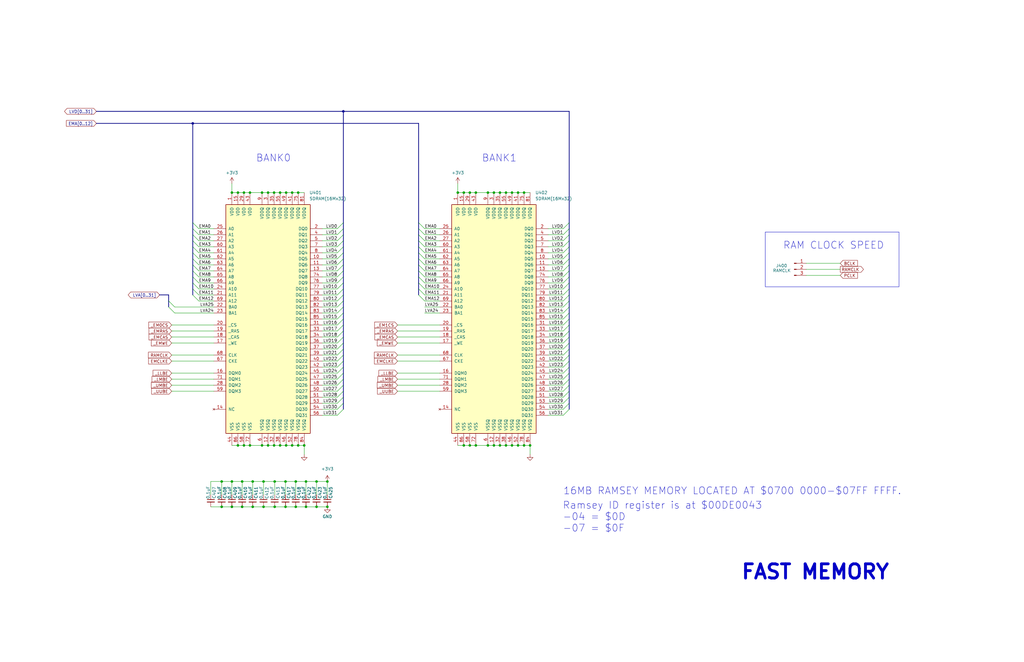
<source format=kicad_sch>
(kicad_sch (version 20231120) (generator "eeschema") (generator_version "8.0")
  (paper "B")
  (title_block (title "AmigaPCI 68040") (date "2024-07-03") (rev "2.1"))
  (lib_symbols
    (symbol "AmigaPCI-Symbols:SDRAM(16Mx32)" (pin_names (offset 1.016))
      (property "Reference" "U" (at 0 2.54 0))
      (property "Value" "SDRAM(16Mx32)" (at 0 -2.54 0))
      (symbol "SDRAM(16Mx32)_0_0"
        (pin power_in line (at -15.24 53.34 270) (length 5.08) (name "VDD") (number "1"))
      )
      (symbol "SDRAM(16Mx32)_0_1"
        (rectangle (start -17.78 48.26) (end 17.78 -48.26) (stroke (width 0.254)) (fill (type background)))
      )
      (symbol "SDRAM(16Mx32)_1_0"
        (pin power_in line (at -12.7 53.34 270) (length 5.08) (name "VDD") (number "15"))
        (pin input line (at -22.86 10.16 0) (length 5.08) (name "A11") (number "21"))
        (pin no_connect line (at -22.86 -38.1 0) (length 5.08) hide (name "NC") (number "30"))
        (pin bidirectional line (at 22.86 -33.02 180) (length 5.08) (name "DQ28") (number "51"))
        (pin power_in line (at 10.16 -53.34 90) (length 5.08) (name "VSSQ") (number "52"))
        (pin bidirectional line (at 22.86 -35.56 180) (length 5.08) (name "DQ29") (number "53"))
        (pin bidirectional line (at 22.86 -38.1 180) (length 5.08) (name "DQ30") (number "54"))
        (pin power_in line (at 5.08 53.34 270) (length 5.08) (name "VDDQ") (number "55"))
        (pin bidirectional line (at 22.86 -40.64 180) (length 5.08) (name "DQ31") (number "56"))
        (pin no_connect line (at -22.86 -38.1 0) (length 5.08) hide (name "NC") (number "57"))
        (pin power_in line (at -10.16 -53.34 90) (length 5.08) (name "VSS") (number "58"))
        (pin input line (at -22.86 -30.48 0) (length 5.08) (name "DQM3") (number "59"))
        (pin input line (at -22.86 30.48 0) (length 5.08) (name "A3") (number "60"))
        (pin input line (at -22.86 27.94 0) (length 5.08) (name "A4") (number "61"))
        (pin input line (at -22.86 25.4 0) (length 5.08) (name "A5") (number "62"))
        (pin input line (at -22.86 22.86 0) (length 5.08) (name "A6") (number "63"))
        (pin input line (at -22.86 20.32 0) (length 5.08) (name "A7") (number "64"))
        (pin input line (at -22.86 17.78 0) (length 5.08) (name "A8") (number "65"))
        (pin input line (at -22.86 15.24 0) (length 5.08) (name "A9") (number "66"))
        (pin input line (at -22.86 -17.78 0) (length 5.08) (name "CKE") (number "67"))
        (pin input line (at -22.86 -15.24 0) (length 5.08) (name "CLK") (number "68"))
        (pin input line (at -22.86 7.62 0) (length 5.08) (name "A12") (number "69"))
        (pin no_connect line (at -22.86 -38.1 0) (length 5.08) hide (name "NC") (number "69"))
        (pin no_connect line (at -22.86 -38.1 0) (length 5.08) hide (name "NC") (number "70"))
        (pin input line (at -22.86 -25.4 0) (length 5.08) (name "DQM1") (number "71"))
        (pin power_in line (at -7.62 -53.34 90) (length 5.08) (name "VSS") (number "72"))
        (pin no_connect line (at -22.86 -38.1 0) (length 5.08) hide (name "NC") (number "73"))
        (pin bidirectional line (at 22.86 17.78 180) (length 5.08) (name "DQ8") (number "74"))
        (pin power_in line (at 12.7 53.34 270) (length 5.08) (name "VDDQ") (number "75"))
        (pin bidirectional line (at 22.86 15.24 180) (length 5.08) (name "DQ9") (number "76"))
        (pin bidirectional line (at 22.86 12.7 180) (length 5.08) (name "DQ10") (number "77"))
        (pin power_in line (at 12.7 -53.34 90) (length 5.08) (name "VSSQ") (number "78"))
        (pin bidirectional line (at 22.86 10.16 180) (length 5.08) (name "DQ11") (number "79"))
        (pin bidirectional line (at 22.86 7.62 180) (length 5.08) (name "DQ12") (number "80"))
        (pin power_in line (at 15.24 53.34 270) (length 5.08) (name "VDDQ") (number "81"))
        (pin bidirectional line (at 22.86 5.08 180) (length 5.08) (name "DQ13") (number "82"))
        (pin bidirectional line (at 22.86 2.54 180) (length 5.08) (name "DQ14") (number "83"))
        (pin power_in line (at 15.24 -53.34 90) (length 5.08) (name "VSSQ") (number "84"))
        (pin bidirectional line (at 22.86 0 180) (length 5.08) (name "DQ15") (number "85"))
        (pin power_in line (at -12.7 -53.34 90) (length 5.08) (name "VSS") (number "86"))
      )
      (symbol "SDRAM(16Mx32)_1_1"
        (pin bidirectional line (at 22.86 25.4 180) (length 5.08) (name "DQ5") (number "10"))
        (pin bidirectional line (at 22.86 22.86 180) (length 5.08) (name "DQ6") (number "11"))
        (pin power_in line (at 0 -53.34 90) (length 5.08) (name "VSSQ") (number "12"))
        (pin bidirectional line (at 22.86 20.32 180) (length 5.08) (name "DQ7") (number "13"))
        (pin no_connect line (at -22.86 -38.1 0) (length 5.08) (name "NC") (number "14"))
        (pin bidirectional line (at -22.86 -22.86 0) (length 5.08) (name "DQM0") (number "16"))
        (pin input line (at -22.86 -10.16 0) (length 5.08) (name "_WE") (number "17"))
        (pin input line (at -22.86 -7.62 0) (length 5.08) (name "_CAS") (number "18"))
        (pin input line (at -22.86 -5.08 0) (length 5.08) (name "_RAS") (number "19"))
        (pin bidirectional line (at 22.86 38.1 180) (length 5.08) (name "DQ0") (number "2"))
        (pin input line (at -22.86 -2.54 0) (length 5.08) (name "_CS") (number "20"))
        (pin no_connect line (at -22.86 -38.1 0) (length 5.08) hide (name "NC") (number "21"))
        (pin input line (at -22.86 5.08 0) (length 5.08) (name "BA0") (number "22"))
        (pin input line (at -22.86 2.54 0) (length 5.08) (name "BA1") (number "23"))
        (pin input line (at -22.86 12.7 0) (length 5.08) (name "A10") (number "24"))
        (pin input line (at -22.86 38.1 0) (length 5.08) (name "A0") (number "25"))
        (pin input line (at -22.86 35.56 0) (length 5.08) (name "A1") (number "26"))
        (pin input line (at -22.86 33.02 0) (length 5.08) (name "A2") (number "27"))
        (pin input line (at -22.86 -27.94 0) (length 5.08) (name "DQM2") (number "28"))
        (pin power_in line (at -10.16 53.34 270) (length 5.08) (name "VDD") (number "29"))
        (pin power_in line (at 0 53.34 270) (length 5.08) (name "VDDQ") (number "3"))
        (pin bidirectional line (at 22.86 -2.54 180) (length 5.08) (name "DQ16") (number "31"))
        (pin power_in line (at 2.54 -53.34 90) (length 5.08) (name "VSSQ") (number "32"))
        (pin bidirectional line (at 22.86 -5.08 180) (length 5.08) (name "DQ17") (number "33"))
        (pin bidirectional line (at 22.86 -7.62 180) (length 5.08) (name "DQ18") (number "34"))
        (pin power_in line (at 2.54 53.34 270) (length 5.08) (name "VDDQ") (number "35"))
        (pin bidirectional line (at 22.86 -10.16 180) (length 5.08) (name "DQ19") (number "36"))
        (pin bidirectional line (at 22.86 -12.7 180) (length 5.08) (name "DQ20") (number "37"))
        (pin power_in line (at 5.08 -53.34 90) (length 5.08) (name "VSSQ") (number "38"))
        (pin bidirectional line (at 22.86 -15.24 180) (length 5.08) (name "DQ21") (number "39"))
        (pin bidirectional line (at 22.86 35.56 180) (length 5.08) (name "DQ1") (number "4"))
        (pin bidirectional line (at 22.86 -17.78 180) (length 5.08) (name "DQ22") (number "40"))
        (pin power_in line (at 10.16 53.34 270) (length 5.08) (name "VDDQ") (number "41"))
        (pin bidirectional line (at 22.86 -20.32 180) (length 5.08) (name "DQ23") (number "42"))
        (pin power_in line (at -7.62 53.34 270) (length 5.08) (name "VDD") (number "43"))
        (pin power_in line (at -15.24 -53.34 90) (length 5.08) (name "VSS") (number "44"))
        (pin bidirectional line (at 22.86 -22.86 180) (length 5.08) (name "DQ24") (number "45"))
        (pin power_in line (at 7.62 -53.34 90) (length 5.08) (name "VSSQ") (number "46"))
        (pin bidirectional line (at 22.86 -25.4 180) (length 5.08) (name "DQ25") (number "47"))
        (pin bidirectional line (at 22.86 -27.94 180) (length 5.08) (name "DQ26") (number "48"))
        (pin power_in line (at 7.62 53.34 270) (length 5.08) (name "VDDQ") (number "49"))
        (pin bidirectional line (at 22.86 33.02 180) (length 5.08) (name "DQ2") (number "5"))
        (pin bidirectional line (at 22.86 -30.48 180) (length 5.08) (name "DQ27") (number "50"))
        (pin power_in line (at -2.54 -53.34 90) (length 5.08) (name "VSSQ") (number "6"))
        (pin bidirectional line (at 22.86 30.48 180) (length 5.08) (name "DQ3") (number "7"))
        (pin bidirectional line (at 22.86 27.94 180) (length 5.08) (name "DQ4") (number "8"))
        (pin power_in line (at -2.54 53.34 270) (length 5.08) (name "VDDQ") (number "9"))
      )
    )
    (symbol "Connector:Conn_01x03_Pin" (pin_names (offset 1.016) hide)
      (property "Reference" "J" (at 0 5.08 0))
      (property "Value" "Conn_01x03_Pin" (at 0 -5.08 0))
      (symbol "Conn_01x03_Pin_1_1"
        (polyline (pts (xy 1.27 -2.54) (xy 0.8636 -2.54)) (stroke (width 0.1524)))
        (polyline (pts (xy 1.27 0) (xy 0.8636 0)) (stroke (width 0.1524)))
        (polyline (pts (xy 1.27 2.54) (xy 0.8636 2.54)) (stroke (width 0.1524)))
        (rectangle (start 0.8636 -2.413) (end 0 -2.667) (stroke (width 0.1524)) (fill (type outline)))
        (rectangle (start 0.8636 0.127) (end 0 -0.127) (stroke (width 0.1524)) (fill (type outline)))
        (rectangle (start 0.8636 2.667) (end 0 2.413) (stroke (width 0.1524)) (fill (type outline)))
        (pin passive line (at 5.08 2.54 180) (length 3.81) (name "Pin_1") (number "1"))
        (pin passive line (at 5.08 0 180) (length 3.81) (name "Pin_2") (number "2"))
        (pin passive line (at 5.08 -2.54 180) (length 3.81) (name "Pin_3") (number "3"))
      )
    )
    (symbol "Device:C_Small" (pin_numbers hide) (pin_names (offset 0.254) hide)
      (property "Reference" "C" (at 0.254 1.778 0))
      (property "Value" "C_Small" (at 0.254 -2.032 0))
      (symbol "C_Small_0_1"
        (polyline (pts (xy -1.524 -0.508) (xy 1.524 -0.508)) (stroke (width 0.3302)))
        (polyline (pts (xy -1.524 0.508) (xy 1.524 0.508)) (stroke (width 0.3048)))
      )
      (symbol "C_Small_1_1"
        (pin passive line (at 0 2.54 270) (length 2.032) (name "~") (number "1"))
        (pin passive line (at 0 -2.54 90) (length 2.032) (name "~") (number "2"))
      )
    )
    (symbol "power:+3V3" (power) (pin_names (offset 0))
      (property "Value" "+3V3" (at 0 3.556 0))
      (symbol "+3V3_0_1"
        (polyline (pts (xy -0.762 1.27) (xy 0 2.54)))
        (polyline (pts (xy 0 0) (xy 0 2.54)))
        (polyline (pts (xy 0 2.54) (xy 0.762 1.27)))
      )
      (symbol "+3V3_1_1"
        (pin power_in line (at 0 0 90) (length 0) hide (name "+3V3") (number "1"))
      )
    )
    (symbol "power:GND" (power) (pin_names (offset 0))
      (property "Value" "GND" (at 0 -3.81 0))
      (symbol "GND_0_1"
        (polyline (pts (xy 0 0) (xy 0 -1.27) (xy 1.27 -1.27) (xy 0 -2.54) (xy -1.27 -1.27) (xy 0 -1.27)))
      )
      (symbol "GND_1_1"
        (pin power_in line (at 0 0 270) (length 0) hide (name "GND") (number "1"))
      )
    )
  )
  (junction (at 223.52 187.96))
  (junction (at 106.553 213.868))
  (junction (at 195.58 81.28))
  (junction (at 208.28 187.96))
  (junction (at 129.032 203.2))
  (junction (at 220.98 187.96))
  (junction (at 97.79 203.2))
  (junction (at 128.27 187.96))
  (junction (at 118.11 187.96))
  (junction (at 193.04 81.28))
  (junction (at 100.33 187.96))
  (junction (at 213.36 81.28))
  (junction (at 105.41 81.28))
  (junction (at 210.82 187.96))
  (junction (at 113.03 187.96))
  (junction (at 215.9 81.28))
  (junction (at 110.49 187.96))
  (junction (at 218.44 187.96))
  (junction (at 97.79 213.868))
  (junction (at 124.714 203.2))
  (junction (at 198.12 81.28))
  (junction (at 133.477 213.868))
  (junction (at 215.9 187.96))
  (junction (at 81.28 52.07))
  (junction (at 105.41 187.96))
  (junction (at 111.125 203.2))
  (junction (at 102.108 203.2))
  (junction (at 111.125 213.868))
  (junction (at 210.82 81.28))
  (junction (at 124.714 213.868))
  (junction (at 110.49 81.28))
  (junction (at 205.74 187.96))
  (junction (at 198.12 187.96))
  (junction (at 123.19 187.96))
  (junction (at 213.36 187.96))
  (junction (at 93.472 213.868))
  (junction (at 106.553 203.2))
  (junction (at 115.824 203.2))
  (junction (at 138.049 213.868))
  (junction (at 144.78 46.99))
  (junction (at 208.28 81.28))
  (junction (at 138.049 203.2))
  (junction (at 200.66 187.96))
  (junction (at 125.73 81.28))
  (junction (at 93.472 203.2))
  (junction (at 120.65 81.28))
  (junction (at 129.032 213.868))
  (junction (at 120.396 203.2))
  (junction (at 118.11 81.28))
  (junction (at 133.477 203.2))
  (junction (at 113.03 81.28))
  (junction (at 218.44 81.28))
  (junction (at 102.108 213.868))
  (junction (at 97.79 81.28))
  (junction (at 120.396 213.868))
  (junction (at 102.87 81.28))
  (junction (at 220.98 81.28))
  (junction (at 205.74 81.28))
  (junction (at 102.87 187.96))
  (junction (at 115.57 187.96))
  (junction (at 100.33 81.28))
  (junction (at 115.824 213.868))
  (junction (at 120.65 187.96))
  (junction (at 125.73 187.96))
  (junction (at 200.66 81.28))
  (junction (at 195.58 187.96))
  (junction (at 123.19 81.28))
  (junction (at 115.57 81.28))
  (bus_entry (at 142.24 154.94) (size 2.54 -2.54))
  (bus_entry (at 142.24 144.78) (size 2.54 -2.54))
  (bus_entry (at 142.24 111.76) (size 2.54 -2.54))
  (bus_entry (at 179.07 121.92) (size -2.54 -2.54))
  (bus_entry (at 83.82 116.84) (size -2.54 -2.54))
  (bus_entry (at 83.82 111.76) (size -2.54 -2.54))
  (bus_entry (at 237.49 147.32) (size 2.54 -2.54))
  (bus_entry (at 179.07 116.84) (size -2.54 -2.54))
  (bus_entry (at 142.24 114.3) (size 2.54 -2.54))
  (bus_entry (at 83.82 114.3) (size -2.54 -2.54))
  (bus_entry (at 142.24 160.02) (size 2.54 -2.54))
  (bus_entry (at 179.07 99.06) (size -2.54 -2.54))
  (bus_entry (at 83.82 99.06) (size -2.54 -2.54))
  (bus_entry (at 237.49 114.3) (size 2.54 -2.54))
  (bus_entry (at 73.66 129.54) (size -2.54 -2.54))
  (bus_entry (at 142.24 124.46) (size 2.54 -2.54))
  (bus_entry (at 142.24 129.54) (size 2.54 -2.54))
  (bus_entry (at 83.82 106.68) (size -2.54 -2.54))
  (bus_entry (at 237.49 154.94) (size 2.54 -2.54))
  (bus_entry (at 142.24 175.26) (size 2.54 -2.54))
  (bus_entry (at 142.24 170.18) (size 2.54 -2.54))
  (bus_entry (at 179.07 96.52) (size -2.54 -2.54))
  (bus_entry (at 142.24 162.56) (size 2.54 -2.54))
  (bus_entry (at 142.24 101.6) (size 2.54 -2.54))
  (bus_entry (at 142.24 106.68) (size 2.54 -2.54))
  (bus_entry (at 179.07 111.76) (size -2.54 -2.54))
  (bus_entry (at 237.49 132.08) (size 2.54 -2.54))
  (bus_entry (at 83.82 127) (size -2.54 -2.54))
  (bus_entry (at 142.24 139.7) (size 2.54 -2.54))
  (bus_entry (at 237.49 160.02) (size 2.54 -2.54))
  (bus_entry (at 142.24 96.52) (size 2.54 -2.54))
  (bus_entry (at 179.07 127) (size -2.54 -2.54))
  (bus_entry (at 73.66 132.08) (size -2.54 -2.54))
  (bus_entry (at 83.82 119.38) (size -2.54 -2.54))
  (bus_entry (at 237.49 170.18) (size 2.54 -2.54))
  (bus_entry (at 237.49 121.92) (size 2.54 -2.54))
  (bus_entry (at 142.24 172.72) (size 2.54 -2.54))
  (bus_entry (at 83.82 124.46) (size -2.54 -2.54))
  (bus_entry (at 237.49 142.24) (size 2.54 -2.54))
  (bus_entry (at 179.07 104.14) (size -2.54 -2.54))
  (bus_entry (at 142.24 147.32) (size 2.54 -2.54))
  (bus_entry (at 142.24 137.16) (size 2.54 -2.54))
  (bus_entry (at 237.49 167.64) (size 2.54 -2.54))
  (bus_entry (at 142.24 167.64) (size 2.54 -2.54))
  (bus_entry (at 237.49 127) (size 2.54 -2.54))
  (bus_entry (at 142.24 157.48) (size 2.54 -2.54))
  (bus_entry (at 237.49 111.76) (size 2.54 -2.54))
  (bus_entry (at 237.49 104.14) (size 2.54 -2.54))
  (bus_entry (at 237.49 109.22) (size 2.54 -2.54))
  (bus_entry (at 142.24 104.14) (size 2.54 -2.54))
  (bus_entry (at 237.49 152.4) (size 2.54 -2.54))
  (bus_entry (at 237.49 144.78) (size 2.54 -2.54))
  (bus_entry (at 237.49 172.72) (size 2.54 -2.54))
  (bus_entry (at 237.49 116.84) (size 2.54 -2.54))
  (bus_entry (at 237.49 165.1) (size 2.54 -2.54))
  (bus_entry (at 179.07 119.38) (size -2.54 -2.54))
  (bus_entry (at 237.49 139.7) (size 2.54 -2.54))
  (bus_entry (at 179.07 109.22) (size -2.54 -2.54))
  (bus_entry (at 142.24 134.62) (size 2.54 -2.54))
  (bus_entry (at 237.49 119.38) (size 2.54 -2.54))
  (bus_entry (at 237.49 129.54) (size 2.54 -2.54))
  (bus_entry (at 142.24 109.22) (size 2.54 -2.54))
  (bus_entry (at 237.49 157.48) (size 2.54 -2.54))
  (bus_entry (at 142.24 127) (size 2.54 -2.54))
  (bus_entry (at 83.82 121.92) (size -2.54 -2.54))
  (bus_entry (at 83.82 101.6) (size -2.54 -2.54))
  (bus_entry (at 179.07 101.6) (size -2.54 -2.54))
  (bus_entry (at 142.24 132.08) (size 2.54 -2.54))
  (bus_entry (at 83.82 104.14) (size -2.54 -2.54))
  (bus_entry (at 142.24 116.84) (size 2.54 -2.54))
  (bus_entry (at 237.49 175.26) (size 2.54 -2.54))
  (bus_entry (at 142.24 121.92) (size 2.54 -2.54))
  (bus_entry (at 237.49 134.62) (size 2.54 -2.54))
  (bus_entry (at 179.07 114.3) (size -2.54 -2.54))
  (bus_entry (at 237.49 99.06) (size 2.54 -2.54))
  (bus_entry (at 237.49 124.46) (size 2.54 -2.54))
  (bus_entry (at 83.82 109.22) (size -2.54 -2.54))
  (bus_entry (at 142.24 119.38) (size 2.54 -2.54))
  (bus_entry (at 142.24 99.06) (size 2.54 -2.54))
  (bus_entry (at 179.07 124.46) (size -2.54 -2.54))
  (bus_entry (at 237.49 149.86) (size 2.54 -2.54))
  (bus_entry (at 142.24 142.24) (size 2.54 -2.54))
  (bus_entry (at 179.07 106.68) (size -2.54 -2.54))
  (bus_entry (at 237.49 162.56) (size 2.54 -2.54))
  (bus_entry (at 142.24 152.4) (size 2.54 -2.54))
  (bus_entry (at 142.24 165.1) (size 2.54 -2.54))
  (bus_entry (at 237.49 137.16) (size 2.54 -2.54))
  (bus_entry (at 237.49 96.52) (size 2.54 -2.54))
  (bus_entry (at 237.49 101.6) (size 2.54 -2.54))
  (bus_entry (at 142.24 149.86) (size 2.54 -2.54))
  (bus_entry (at 237.49 106.68) (size 2.54 -2.54))
  (bus_entry (at 83.82 96.52) (size -2.54 -2.54))
  (wire (pts (xy 106.553 203.2) (xy 106.553 208.788)))
  (wire (pts (xy 231.14 160.02) (xy 237.49 160.02)))
  (wire (pts (xy 138.049 203.2) (xy 138.049 208.788)))
  (wire (pts (xy 120.396 213.868) (xy 115.824 213.868)))
  (wire (pts (xy 72.39 142.24) (xy 90.17 142.24)))
  (bus (pts (xy 176.53 116.84) (xy 176.53 119.38)))
  (wire (pts (xy 115.824 203.2) (xy 120.396 203.2)))
  (wire (pts (xy 102.87 187.96) (xy 105.41 187.96)))
  (wire (pts (xy 133.477 203.2) (xy 133.477 208.788)))
  (wire (pts (xy 102.108 213.868) (xy 106.553 213.868)))
  (bus (pts (xy 240.03 144.78) (xy 240.03 147.32)))
  (wire (pts (xy 231.14 134.62) (xy 237.49 134.62)))
  (wire (pts (xy 135.89 101.6) (xy 142.24 101.6)))
  (wire (pts (xy 167.64 160.02) (xy 185.42 160.02)))
  (bus (pts (xy 81.28 106.68) (xy 81.28 109.22)))
  (wire (pts (xy 88.9 208.788) (xy 88.9 203.2)))
  (bus (pts (xy 81.28 99.06) (xy 81.28 101.6)))
  (bus (pts (xy 144.78 167.64) (xy 144.78 170.18)))
  (wire (pts (xy 135.89 116.84) (xy 142.24 116.84)))
  (bus (pts (xy 81.28 104.14) (xy 81.28 106.68)))
  (wire (pts (xy 231.14 111.76) (xy 237.49 111.76)))
  (bus (pts (xy 240.03 129.54) (xy 240.03 132.08)))
  (wire (pts (xy 72.39 157.48) (xy 90.17 157.48)))
  (bus (pts (xy 240.03 127) (xy 240.03 129.54)))
  (wire (pts (xy 231.14 106.68) (xy 237.49 106.68)))
  (bus (pts (xy 144.78 106.68) (xy 144.78 109.22)))
  (bus (pts (xy 144.78 96.52) (xy 144.78 99.06)))
  (bus (pts (xy 176.53 121.92) (xy 176.53 124.46)))
  (wire (pts (xy 90.17 96.52) (xy 83.82 96.52)))
  (bus (pts (xy 144.78 116.84) (xy 144.78 119.38)))
  (wire (pts (xy 97.79 81.28) (xy 97.79 77.47)))
  (wire (pts (xy 90.17 104.14) (xy 83.82 104.14)))
  (bus (pts (xy 144.78 129.54) (xy 144.78 132.08)))
  (wire (pts (xy 135.89 152.4) (xy 142.24 152.4)))
  (wire (pts (xy 102.108 203.2) (xy 106.553 203.2)))
  (wire (pts (xy 220.98 81.28) (xy 223.52 81.28)))
  (wire (pts (xy 120.396 203.2) (xy 124.714 203.2)))
  (bus (pts (xy 240.03 134.62) (xy 240.03 137.16)))
  (bus (pts (xy 240.03 124.46) (xy 240.03 127)))
  (bus (pts (xy 144.78 147.32) (xy 144.78 149.86)))
  (wire (pts (xy 135.89 167.64) (xy 142.24 167.64)))
  (bus (pts (xy 240.03 160.02) (xy 240.03 162.56)))
  (wire (pts (xy 90.17 124.46) (xy 83.82 124.46)))
  (wire (pts (xy 135.89 127) (xy 142.24 127)))
  (wire (pts (xy 90.17 106.68) (xy 83.82 106.68)))
  (wire (pts (xy 339.979 116.205) (xy 354.33 116.205)))
  (wire (pts (xy 135.89 139.7) (xy 142.24 139.7)))
  (wire (pts (xy 135.89 109.22) (xy 142.24 109.22)))
  (bus (pts (xy 144.78 121.92) (xy 144.78 124.46)))
  (bus (pts (xy 240.03 109.22) (xy 240.03 111.76)))
  (wire (pts (xy 231.14 114.3) (xy 237.49 114.3)))
  (wire (pts (xy 72.39 149.86) (xy 90.17 149.86)))
  (wire (pts (xy 135.89 121.92) (xy 142.24 121.92)))
  (wire (pts (xy 167.64 162.56) (xy 185.42 162.56)))
  (wire (pts (xy 113.03 187.96) (xy 115.57 187.96)))
  (wire (pts (xy 90.17 129.54) (xy 73.66 129.54)))
  (wire (pts (xy 115.57 81.28) (xy 118.11 81.28)))
  (wire (pts (xy 93.472 203.2) (xy 97.79 203.2)))
  (wire (pts (xy 88.9 203.2) (xy 93.472 203.2)))
  (wire (pts (xy 125.73 187.96) (xy 128.27 187.96)))
  (bus (pts (xy 144.78 154.94) (xy 144.78 157.48)))
  (wire (pts (xy 72.39 152.4) (xy 90.17 152.4)))
  (bus (pts (xy 240.03 111.76) (xy 240.03 114.3)))
  (bus (pts (xy 144.78 157.48) (xy 144.78 160.02)))
  (wire (pts (xy 125.73 81.28) (xy 128.27 81.28)))
  (wire (pts (xy 200.66 187.96) (xy 205.74 187.96)))
  (wire (pts (xy 120.65 187.96) (xy 123.19 187.96)))
  (wire (pts (xy 120.65 81.28) (xy 123.19 81.28)))
  (wire (pts (xy 185.42 104.14) (xy 179.07 104.14)))
  (wire (pts (xy 231.14 119.38) (xy 237.49 119.38)))
  (wire (pts (xy 231.14 96.52) (xy 237.49 96.52)))
  (wire (pts (xy 193.04 187.96) (xy 195.58 187.96)))
  (wire (pts (xy 97.79 203.2) (xy 97.79 208.788)))
  (bus (pts (xy 240.03 93.98) (xy 240.03 96.52)))
  (wire (pts (xy 198.12 81.28) (xy 200.66 81.28)))
  (bus (pts (xy 240.03 165.1) (xy 240.03 167.64)))
  (wire (pts (xy 135.89 172.72) (xy 142.24 172.72)))
  (wire (pts (xy 100.33 187.96) (xy 102.87 187.96)))
  (wire (pts (xy 195.58 81.28) (xy 198.12 81.28)))
  (wire (pts (xy 72.39 165.1) (xy 90.17 165.1)))
  (bus (pts (xy 81.28 119.38) (xy 81.28 121.92)))
  (wire (pts (xy 215.9 81.28) (xy 218.44 81.28)))
  (bus (pts (xy 144.78 46.99) (xy 240.03 46.99)))
  (wire (pts (xy 185.42 116.84) (xy 179.07 116.84)))
  (wire (pts (xy 111.125 203.2) (xy 115.824 203.2)))
  (wire (pts (xy 218.44 81.28) (xy 220.98 81.28)))
  (wire (pts (xy 135.89 170.18) (xy 142.24 170.18)))
  (wire (pts (xy 133.477 203.2) (xy 138.049 203.2)))
  (wire (pts (xy 135.89 154.94) (xy 142.24 154.94)))
  (wire (pts (xy 97.79 213.868) (xy 102.108 213.868)))
  (wire (pts (xy 110.49 187.96) (xy 113.03 187.96)))
  (bus (pts (xy 240.03 99.06) (xy 240.03 101.6)))
  (bus (pts (xy 144.78 162.56) (xy 144.78 165.1)))
  (wire (pts (xy 185.42 111.76) (xy 179.07 111.76)))
  (wire (pts (xy 72.39 144.78) (xy 90.17 144.78)))
  (wire (pts (xy 231.14 142.24) (xy 237.49 142.24)))
  (wire (pts (xy 185.42 119.38) (xy 179.07 119.38)))
  (bus (pts (xy 240.03 96.52) (xy 240.03 99.06)))
  (bus (pts (xy 81.28 101.6) (xy 81.28 104.14)))
  (wire (pts (xy 105.41 81.28) (xy 110.49 81.28)))
  (wire (pts (xy 135.89 104.14) (xy 142.24 104.14)))
  (wire (pts (xy 97.79 203.2) (xy 102.108 203.2)))
  (bus (pts (xy 144.78 165.1) (xy 144.78 167.64)))
  (bus (pts (xy 144.78 139.7) (xy 144.78 142.24)))
  (wire (pts (xy 72.39 137.16) (xy 90.17 137.16)))
  (wire (pts (xy 135.89 137.16) (xy 142.24 137.16)))
  (bus (pts (xy 144.78 160.02) (xy 144.78 162.56)))
  (wire (pts (xy 231.14 129.54) (xy 237.49 129.54)))
  (bus (pts (xy 240.03 104.14) (xy 240.03 106.68)))
  (bus (pts (xy 240.03 101.6) (xy 240.03 104.14)))
  (wire (pts (xy 118.11 187.96) (xy 120.65 187.96)))
  (wire (pts (xy 123.19 81.28) (xy 125.73 81.28)))
  (wire (pts (xy 128.27 187.96) (xy 128.27 191.77)))
  (bus (pts (xy 144.78 134.62) (xy 144.78 137.16)))
  (bus (pts (xy 176.53 101.6) (xy 176.53 104.14)))
  (bus (pts (xy 144.78 93.98) (xy 144.78 96.52)))
  (wire (pts (xy 185.42 132.08) (xy 179.07 132.08)))
  (wire (pts (xy 185.42 121.92) (xy 179.07 121.92)))
  (wire (pts (xy 90.17 116.84) (xy 83.82 116.84)))
  (wire (pts (xy 90.17 114.3) (xy 83.82 114.3)))
  (wire (pts (xy 167.64 149.86) (xy 185.42 149.86)))
  (wire (pts (xy 213.36 81.28) (xy 215.9 81.28)))
  (wire (pts (xy 124.714 203.2) (xy 124.714 208.788)))
  (wire (pts (xy 118.11 81.28) (xy 120.65 81.28)))
  (bus (pts (xy 40.64 46.99) (xy 144.78 46.99)))
  (bus (pts (xy 240.03 142.24) (xy 240.03 144.78)))
  (bus (pts (xy 81.28 116.84) (xy 81.28 119.38)))
  (wire (pts (xy 102.108 203.2) (xy 102.108 208.788)))
  (wire (pts (xy 231.14 147.32) (xy 237.49 147.32)))
  (wire (pts (xy 185.42 99.06) (xy 179.07 99.06)))
  (bus (pts (xy 240.03 46.99) (xy 240.03 93.98)))
  (bus (pts (xy 240.03 167.64) (xy 240.03 170.18)))
  (wire (pts (xy 90.17 111.76) (xy 83.82 111.76)))
  (wire (pts (xy 106.553 213.868) (xy 111.125 213.868)))
  (bus (pts (xy 144.78 144.78) (xy 144.78 147.32)))
  (wire (pts (xy 193.04 81.28) (xy 195.58 81.28)))
  (wire (pts (xy 231.14 101.6) (xy 237.49 101.6)))
  (wire (pts (xy 339.979 113.665) (xy 354.33 113.665)))
  (wire (pts (xy 231.14 104.14) (xy 237.49 104.14)))
  (wire (pts (xy 231.14 127) (xy 237.49 127)))
  (wire (pts (xy 231.14 170.18) (xy 237.49 170.18)))
  (wire (pts (xy 231.14 116.84) (xy 237.49 116.84)))
  (wire (pts (xy 167.64 152.4) (xy 185.42 152.4)))
  (wire (pts (xy 90.17 132.08) (xy 73.66 132.08)))
  (wire (pts (xy 93.472 213.868) (xy 97.79 213.868)))
  (bus (pts (xy 176.53 119.38) (xy 176.53 121.92)))
  (wire (pts (xy 208.28 187.96) (xy 210.82 187.96)))
  (wire (pts (xy 90.17 99.06) (xy 83.82 99.06)))
  (wire (pts (xy 129.032 203.2) (xy 133.477 203.2)))
  (wire (pts (xy 93.472 203.2) (xy 93.472 208.788)))
  (wire (pts (xy 135.89 134.62) (xy 142.24 134.62)))
  (wire (pts (xy 167.64 157.48) (xy 185.42 157.48)))
  (bus (pts (xy 67.31 124.46) (xy 71.12 124.46)))
  (wire (pts (xy 124.714 203.2) (xy 129.032 203.2)))
  (bus (pts (xy 240.03 162.56) (xy 240.03 165.1)))
  (bus (pts (xy 144.78 132.08) (xy 144.78 134.62)))
  (wire (pts (xy 129.032 203.2) (xy 129.032 208.788)))
  (bus (pts (xy 81.28 114.3) (xy 81.28 116.84)))
  (wire (pts (xy 135.89 162.56) (xy 142.24 162.56)))
  (wire (pts (xy 231.14 162.56) (xy 237.49 162.56)))
  (bus (pts (xy 144.78 99.06) (xy 144.78 101.6)))
  (wire (pts (xy 113.03 81.28) (xy 115.57 81.28)))
  (wire (pts (xy 123.19 187.96) (xy 125.73 187.96)))
  (wire (pts (xy 210.82 187.96) (xy 213.36 187.96)))
  (wire (pts (xy 185.42 129.54) (xy 179.07 129.54)))
  (bus (pts (xy 144.78 170.18) (xy 144.78 172.72)))
  (wire (pts (xy 129.032 213.868) (xy 133.477 213.868)))
  (wire (pts (xy 133.477 213.868) (xy 138.049 213.868)))
  (wire (pts (xy 110.49 81.28) (xy 113.03 81.28)))
  (wire (pts (xy 231.14 165.1) (xy 237.49 165.1)))
  (wire (pts (xy 135.89 132.08) (xy 142.24 132.08)))
  (wire (pts (xy 231.14 149.86) (xy 237.49 149.86)))
  (wire (pts (xy 231.14 172.72) (xy 237.49 172.72)))
  (wire (pts (xy 72.39 160.02) (xy 90.17 160.02)))
  (wire (pts (xy 167.64 142.24) (xy 185.42 142.24)))
  (wire (pts (xy 167.64 137.16) (xy 185.42 137.16)))
  (wire (pts (xy 231.14 152.4) (xy 237.49 152.4)))
  (wire (pts (xy 208.28 81.28) (xy 210.82 81.28)))
  (bus (pts (xy 144.78 104.14) (xy 144.78 106.68)))
  (bus (pts (xy 81.28 52.07) (xy 176.53 52.07)))
  (wire (pts (xy 111.125 213.868) (xy 115.824 213.868)))
  (wire (pts (xy 120.396 203.2) (xy 120.396 208.788)))
  (wire (pts (xy 135.89 157.48) (xy 142.24 157.48)))
  (wire (pts (xy 185.42 124.46) (xy 179.07 124.46)))
  (bus (pts (xy 240.03 170.18) (xy 240.03 172.72)))
  (wire (pts (xy 135.89 129.54) (xy 142.24 129.54)))
  (wire (pts (xy 97.79 81.28) (xy 100.33 81.28)))
  (wire (pts (xy 231.14 157.48) (xy 237.49 157.48)))
  (wire (pts (xy 205.74 187.96) (xy 208.28 187.96)))
  (bus (pts (xy 144.78 127) (xy 144.78 129.54)))
  (bus (pts (xy 40.64 52.07) (xy 81.28 52.07)))
  (wire (pts (xy 135.89 106.68) (xy 142.24 106.68)))
  (wire (pts (xy 185.42 96.52) (xy 179.07 96.52)))
  (bus (pts (xy 240.03 106.68) (xy 240.03 109.22)))
  (bus (pts (xy 176.53 93.98) (xy 176.53 96.52)))
  (wire (pts (xy 167.64 144.78) (xy 185.42 144.78)))
  (bus (pts (xy 81.28 109.22) (xy 81.28 111.76)))
  (wire (pts (xy 167.64 139.7) (xy 185.42 139.7)))
  (bus (pts (xy 81.28 111.76) (xy 81.28 114.3)))
  (wire (pts (xy 231.14 167.64) (xy 237.49 167.64)))
  (wire (pts (xy 72.39 139.7) (xy 90.17 139.7)))
  (bus (pts (xy 144.78 137.16) (xy 144.78 139.7)))
  (wire (pts (xy 90.17 119.38) (xy 83.82 119.38)))
  (wire (pts (xy 135.89 96.52) (xy 142.24 96.52)))
  (wire (pts (xy 100.33 81.28) (xy 102.87 81.28)))
  (bus (pts (xy 176.53 99.06) (xy 176.53 101.6)))
  (bus (pts (xy 81.28 52.07) (xy 81.28 93.98)))
  (wire (pts (xy 120.396 213.868) (xy 124.714 213.868)))
  (bus (pts (xy 176.53 106.68) (xy 176.53 109.22)))
  (wire (pts (xy 231.14 121.92) (xy 237.49 121.92)))
  (bus (pts (xy 144.78 149.86) (xy 144.78 152.4)))
  (wire (pts (xy 185.42 109.22) (xy 179.07 109.22)))
  (wire (pts (xy 90.17 127) (xy 83.82 127)))
  (wire (pts (xy 231.14 99.06) (xy 237.49 99.06)))
  (bus (pts (xy 240.03 121.92) (xy 240.03 124.46)))
  (bus (pts (xy 240.03 114.3) (xy 240.03 116.84)))
  (wire (pts (xy 105.41 187.96) (xy 110.49 187.96)))
  (wire (pts (xy 135.89 175.26) (xy 142.24 175.26)))
  (wire (pts (xy 135.89 144.78) (xy 142.24 144.78)))
  (wire (pts (xy 223.52 187.96) (xy 223.52 191.77)))
  (wire (pts (xy 231.14 109.22) (xy 237.49 109.22)))
  (wire (pts (xy 135.89 160.02) (xy 142.24 160.02)))
  (wire (pts (xy 231.14 139.7) (xy 237.49 139.7)))
  (wire (pts (xy 135.89 147.32) (xy 142.24 147.32)))
  (wire (pts (xy 220.98 187.96) (xy 223.52 187.96)))
  (bus (pts (xy 144.78 142.24) (xy 144.78 144.78)))
  (wire (pts (xy 195.58 187.96) (xy 198.12 187.96)))
  (wire (pts (xy 90.17 101.6) (xy 83.82 101.6)))
  (wire (pts (xy 185.42 106.68) (xy 179.07 106.68)))
  (wire (pts (xy 135.89 142.24) (xy 142.24 142.24)))
  (wire (pts (xy 102.87 81.28) (xy 105.41 81.28)))
  (wire (pts (xy 231.14 137.16) (xy 237.49 137.16)))
  (bus (pts (xy 240.03 157.48) (xy 240.03 160.02)))
  (bus (pts (xy 240.03 119.38) (xy 240.03 121.92)))
  (bus (pts (xy 240.03 132.08) (xy 240.03 134.62)))
  (wire (pts (xy 231.14 144.78) (xy 237.49 144.78)))
  (wire (pts (xy 135.89 149.86) (xy 142.24 149.86)))
  (bus (pts (xy 240.03 137.16) (xy 240.03 139.7)))
  (wire (pts (xy 215.9 187.96) (xy 218.44 187.96)))
  (wire (pts (xy 124.714 213.868) (xy 129.032 213.868)))
  (bus (pts (xy 144.78 46.99) (xy 144.78 93.98)))
  (wire (pts (xy 115.57 187.96) (xy 118.11 187.96)))
  (bus (pts (xy 176.53 114.3) (xy 176.53 116.84)))
  (bus (pts (xy 240.03 139.7) (xy 240.03 142.24)))
  (wire (pts (xy 90.17 109.22) (xy 83.82 109.22)))
  (wire (pts (xy 200.66 81.28) (xy 205.74 81.28)))
  (wire (pts (xy 213.36 187.96) (xy 215.9 187.96)))
  (wire (pts (xy 198.12 187.96) (xy 200.66 187.96)))
  (wire (pts (xy 135.89 124.46) (xy 142.24 124.46)))
  (wire (pts (xy 205.74 81.28) (xy 208.28 81.28)))
  (wire (pts (xy 135.89 114.3) (xy 142.24 114.3)))
  (bus (pts (xy 144.78 152.4) (xy 144.78 154.94)))
  (wire (pts (xy 210.82 81.28) (xy 213.36 81.28)))
  (wire (pts (xy 111.125 203.2) (xy 111.125 208.788)))
  (bus (pts (xy 144.78 124.46) (xy 144.78 127)))
  (bus (pts (xy 240.03 116.84) (xy 240.03 119.38)))
  (wire (pts (xy 185.42 114.3) (xy 179.07 114.3)))
  (bus (pts (xy 144.78 119.38) (xy 144.78 121.92)))
  (wire (pts (xy 193.04 81.28) (xy 193.04 77.47)))
  (bus (pts (xy 81.28 93.98) (xy 81.28 96.52)))
  (bus (pts (xy 144.78 101.6) (xy 144.78 104.14)))
  (wire (pts (xy 106.553 203.2) (xy 111.125 203.2)))
  (bus (pts (xy 176.53 104.14) (xy 176.53 106.68)))
  (bus (pts (xy 240.03 147.32) (xy 240.03 149.86)))
  (wire (pts (xy 218.44 187.96) (xy 220.98 187.96)))
  (wire (pts (xy 135.89 111.76) (xy 142.24 111.76)))
  (wire (pts (xy 97.79 187.96) (xy 100.33 187.96)))
  (wire (pts (xy 231.14 132.08) (xy 237.49 132.08)))
  (bus (pts (xy 71.12 129.54) (xy 71.12 127)))
  (wire (pts (xy 135.89 99.06) (xy 142.24 99.06)))
  (wire (pts (xy 115.824 208.788) (xy 115.824 203.2)))
  (wire (pts (xy 135.89 119.38) (xy 142.24 119.38)))
  (bus (pts (xy 144.78 114.3) (xy 144.78 116.84)))
  (wire (pts (xy 93.472 213.868) (xy 88.9 213.868)))
  (wire (pts (xy 185.42 127) (xy 179.07 127)))
  (bus (pts (xy 81.28 121.92) (xy 81.28 124.46)))
  (bus (pts (xy 240.03 149.86) (xy 240.03 152.4)))
  (bus (pts (xy 71.12 127) (xy 71.12 124.46)))
  (bus (pts (xy 81.28 96.52) (xy 81.28 99.06)))
  (bus (pts (xy 176.53 52.07) (xy 176.53 93.98)))
  (bus (pts (xy 176.53 111.76) (xy 176.53 114.3)))
  (wire (pts (xy 135.89 165.1) (xy 142.24 165.1)))
  (bus (pts (xy 144.78 111.76) (xy 144.78 114.3)))
  (wire (pts (xy 231.14 154.94) (xy 237.49 154.94)))
  (bus (pts (xy 176.53 96.52) (xy 176.53 99.06)))
  (wire (pts (xy 167.64 165.1) (xy 185.42 165.1)))
  (wire (pts (xy 231.14 175.26) (xy 237.49 175.26)))
  (wire (pts (xy 185.42 101.6) (xy 179.07 101.6)))
  (wire (pts (xy 90.17 121.92) (xy 83.82 121.92)))
  (bus (pts (xy 144.78 109.22) (xy 144.78 111.76)))
  (bus (pts (xy 240.03 154.94) (xy 240.03 157.48)))
  (bus (pts (xy 240.03 152.4) (xy 240.03 154.94)))
  (wire (pts (xy 339.979 111.125) (xy 354.33 111.125)))
  (wire (pts (xy 72.39 162.56) (xy 90.17 162.56)))
  (bus (pts (xy 176.53 109.22) (xy 176.53 111.76)))
  (wire (pts (xy 231.14 124.46) (xy 237.49 124.46)))
  (rectangle (start 322.707 97.917) (end 379.095 121.031))
  (text "RAM CLOCK SPEED" (at 330.2 105.41 0) (effects (font (size 3 3)) (justify left bottom)))
  (text "FAST MEMORY" (at 312.166 244.983 0) (effects (font (size 6 6) (thickness 1.2) (bold yes)) (justify left bottom)))
  (text "16MB RAMSEY MEMORY LOCATED AT $0700 0000-$07FF FFFF." (at 237.49 209.042 0) (effects (font (size 3 3)) (justify left bottom)))
  (text "BANK0" (at 107.95 68.58 0) (effects (font (size 2.9972 2.9972)) (justify left bottom)))
  (text "Ramsey ID register is at $00DE0043\n-04 = $0D\n-07 = $0F" (at 237.236 224.79 0) (effects (font (size 3 3)) (justify left bottom)))
  (text "BANK1" (at 203.2 68.58 0) (effects (font (size 2.9972 2.9972)) (justify left bottom)))
  (label "LVD19" (at 142.24 144.78 180))
  (label "EMA6" (at 83.82 111.76 0))
  (label "LVA24" (at 90.17 132.08 180))
  (label "LVD18" (at 237.49 142.24 180))
  (label "EMA7" (at 83.82 114.3 0))
  (label "LVA25" (at 90.17 129.54 180))
  (label "EMA11" (at 179.07 124.46 0))
  (label "LVD9" (at 237.49 119.38 180))
  (label "LVD9" (at 142.24 119.38 180))
  (label "LVD26" (at 237.49 162.56 180))
  (label "LVD5" (at 142.24 109.22 180))
  (label "LVD25" (at 142.24 160.02 180))
  (label "LVD0" (at 237.49 96.52 180))
  (label "LVD6" (at 142.24 111.76 180))
  (label "LVA25" (at 179.07 129.54 0))
  (label "EMA12" (at 179.07 127 0))
  (label "LVD15" (at 237.49 134.62 180))
  (label "LVD4" (at 142.24 106.68 180))
  (label "EMA0" (at 83.82 96.52 0))
  (label "LVD10" (at 237.49 121.92 180))
  (label "LVD16" (at 142.24 137.16 180))
  (label "LVD2" (at 237.49 101.6 180))
  (label "EMA4" (at 83.82 106.68 0))
  (label "EMA8" (at 83.82 116.84 0))
  (label "LVD4" (at 237.49 106.68 180))
  (label "LVD5" (at 237.49 109.22 180))
  (label "LVD1" (at 142.24 99.06 180))
  (label "LVD11" (at 237.49 124.46 180))
  (label "LVD30" (at 142.24 172.72 180))
  (label "LVD30" (at 237.49 172.72 180))
  (label "EMA10" (at 83.82 121.92 0))
  (label "LVD14" (at 237.49 132.08 180))
  (label "LVD2" (at 142.24 101.6 180))
  (label "LVD23" (at 142.24 154.94 180))
  (label "LVD26" (at 142.24 162.56 180))
  (label "LVD20" (at 142.24 147.32 180))
  (label "LVD28" (at 142.24 167.64 180))
  (label "LVD18" (at 142.24 142.24 180))
  (label "EMA8" (at 179.07 116.84 0))
  (label "LVD27" (at 142.24 165.1 180))
  (label "EMA1" (at 179.07 99.06 0))
  (label "LVD14" (at 142.24 132.08 180))
  (label "LVD13" (at 142.24 129.54 180))
  (label "LVD22" (at 237.49 152.4 180))
  (label "LVD7" (at 142.24 114.3 180))
  (label "LVD16" (at 237.49 137.16 180))
  (label "EMA2" (at 83.82 101.6 0))
  (label "LVD17" (at 142.24 139.7 180))
  (label "LVD29" (at 237.49 170.18 180))
  (label "LVD27" (at 237.49 165.1 180))
  (label "LVD1" (at 237.49 99.06 180))
  (label "LVD8" (at 142.24 116.84 180))
  (label "LVD29" (at 142.24 170.18 180))
  (label "EMA2" (at 179.07 101.6 0))
  (label "LVD24" (at 142.24 157.48 180))
  (label "LVD28" (at 237.49 167.64 180))
  (label "LVA24" (at 179.07 132.08 0))
  (label "EMA1" (at 83.82 99.06 0))
  (label "LVD12" (at 142.24 127 180))
  (label "EMA9" (at 83.82 119.38 0))
  (label "EMA5" (at 179.07 109.22 0))
  (label "EMA4" (at 179.07 106.68 0))
  (label "EMA6" (at 179.07 111.76 0))
  (label "EMA3" (at 179.07 104.14 0))
  (label "LVD10" (at 142.24 121.92 180))
  (label "LVD15" (at 142.24 134.62 180))
  (label "EMA12" (at 83.82 127 0))
  (label "LVD20" (at 237.49 147.32 180))
  (label "LVD31" (at 237.49 175.26 180))
  (label "LVD31" (at 142.24 175.26 180))
  (label "LVD21" (at 142.24 149.86 180))
  (label "EMA9" (at 179.07 119.38 0))
  (label "LVD21" (at 237.49 149.86 180))
  (label "LVD22" (at 142.24 152.4 180))
  (label "LVD25" (at 237.49 160.02 180))
  (label "EMA5" (at 83.82 109.22 0))
  (label "LVD7" (at 237.49 114.3 180))
  (label "LVD24" (at 237.49 157.48 180))
  (label "EMA10" (at 179.07 121.92 0))
  (label "EMA0" (at 179.07 96.52 0))
  (label "LVD13" (at 237.49 129.54 180))
  (label "LVD11" (at 142.24 124.46 180))
  (label "LVD19" (at 237.49 144.78 180))
  (label "LVD8" (at 237.49 116.84 180))
  (label "LVD0" (at 142.24 96.52 180))
  (label "LVD12" (at 237.49 127 180))
  (label "LVD23" (at 237.49 154.94 180))
  (label "EMA3" (at 83.82 104.14 0))
  (label "LVD17" (at 237.49 139.7 180))
  (label "EMA7" (at 179.07 114.3 0))
  (label "LVD6" (at 237.49 111.76 180))
  (label "LVD3" (at 142.24 104.14 180))
  (label "LVD3" (at 237.49 104.14 180))
  (label "EMA11" (at 83.82 124.46 0))
  (global_label "_LLBE" (shape input) (at 167.64 157.48 180) (property "Intersheetrefs" "${INTERSHEET_REFS}" (at 159.2914 157.48 0) (effects (justify right))))
  (global_label "_EMWE" (shape input) (at 167.64 144.78 180) (property "Intersheetrefs" "${INTERSHEET_REFS}" (at 159.1472 144.7006 0) (effects (justify right))))
  (global_label "_LLBE" (shape input) (at 72.39 157.48 180) (property "Intersheetrefs" "${INTERSHEET_REFS}" (at 64.0414 157.48 0) (effects (justify right))))
  (global_label "RAMCLK" (shape output) (at 354.33 113.665 0) (property "Intersheetrefs" "${INTERSHEET_REFS}" (at 364.6933 113.665 0) (effects (justify left))))
  (global_label "_LMBE" (shape input) (at 167.64 160.02 180) (property "Intersheetrefs" "${INTERSHEET_REFS}" (at 158.8681 160.02 0) (effects (justify right))))
  (global_label "_UMBE" (shape input) (at 72.39 162.56 180) (property "Intersheetrefs" "${INTERSHEET_REFS}" (at 63.3157 162.56 0) (effects (justify right))))
  (global_label "_LMBE" (shape input) (at 72.39 160.02 180) (property "Intersheetrefs" "${INTERSHEET_REFS}" (at 63.6181 160.02 0) (effects (justify right))))
  (global_label "EMA[0..12]" (shape input) (at 40.64 52.07 180) (property "Intersheetrefs" "${INTERSHEET_REFS}" (at 27.5137 52.07 0) (effects (justify right))))
  (global_label "PCLK" (shape input) (at 354.33 116.205 0) (property "Intersheetrefs" "${INTERSHEET_REFS}" (at 362.1533 116.205 0) (effects (justify left))))
  (global_label "_EM1CS" (shape input) (at 167.64 137.16 180) (property "Intersheetrefs" "${INTERSHEET_REFS}" (at 157.3978 137.16 0) (effects (justify right))))
  (global_label "EMCLKE" (shape input) (at 167.64 152.4 180) (property "Intersheetrefs" "${INTERSHEET_REFS}" (at 157.9982 152.3206 0) (effects (justify right))))
  (global_label "_UMBE" (shape input) (at 167.64 162.56 180) (property "Intersheetrefs" "${INTERSHEET_REFS}" (at 158.5657 162.56 0) (effects (justify right))))
  (global_label "_EMRAS" (shape input) (at 72.39 139.7 180) (property "Intersheetrefs" "${INTERSHEET_REFS}" (at 62.9296 139.6206 0) (effects (justify right))))
  (global_label "_EMWE" (shape input) (at 72.39 144.78 180) (property "Intersheetrefs" "${INTERSHEET_REFS}" (at 63.8972 144.7006 0) (effects (justify right))))
  (global_label "RAMCLK" (shape input) (at 72.39 149.86 180) (property "Intersheetrefs" "${INTERSHEET_REFS}" (at 63.5 149.733 0) (effects (justify right))))
  (global_label "_UUBE" (shape input) (at 167.64 165.1 180) (property "Intersheetrefs" "${INTERSHEET_REFS}" (at 158.6866 165.1 0) (effects (justify right))))
  (global_label "LVD[0..31]" (shape bidirectional) (at 40.64 46.99 180) (property "Intersheetrefs" "${INTERSHEET_REFS}" (at 26.221 46.99 0) (effects (justify right))))
  (global_label "EMCLKE" (shape input) (at 72.39 152.4 180) (property "Intersheetrefs" "${INTERSHEET_REFS}" (at 62.7482 152.3206 0) (effects (justify right))))
  (global_label "BCLK" (shape input) (at 354.33 111.125 0) (property "Intersheetrefs" "${INTERSHEET_REFS}" (at 362.1533 111.125 0) (effects (justify left))))
  (global_label "_EMCAS" (shape input) (at 167.64 142.24 180) (property "Intersheetrefs" "${INTERSHEET_REFS}" (at 158.1796 142.1606 0) (effects (justify right))))
  (global_label "_EM0CS" (shape input) (at 72.39 137.16 180) (property "Intersheetrefs" "${INTERSHEET_REFS}" (at 62.2272 137.16 0) (effects (justify right))))
  (global_label "_EMCAS" (shape input) (at 72.39 142.24 180) (property "Intersheetrefs" "${INTERSHEET_REFS}" (at 62.9296 142.1606 0) (effects (justify right))))
  (global_label "_EMRAS" (shape input) (at 167.64 139.7 180) (property "Intersheetrefs" "${INTERSHEET_REFS}" (at 158.1796 139.6206 0) (effects (justify right))))
  (global_label "RAMCLK" (shape input) (at 167.64 149.86 180) (property "Intersheetrefs" "${INTERSHEET_REFS}" (at 158.75 149.733 0) (effects (justify right))))
  (global_label "_UUBE" (shape input) (at 72.39 165.1 180) (property "Intersheetrefs" "${INTERSHEET_REFS}" (at 63.4366 165.1 0) (effects (justify right))))
  (global_label "LVA[0..31]" (shape bidirectional) (at 67.31 124.46 180) (property "Intersheetrefs" "${INTERSHEET_REFS}" (at 53.848 124.46 0) (effects (justify right))))
  (symbol (lib_id "Device:C_Small") (at 120.396 211.328 0) (unit 1)
    (property "Reference" "C417" (at 121.793 210.439 90) (effects (justify left)))
    (property "Value" "0.1uF" (at 119.38 210.566 90) (effects (justify left)))
    (property "Footprint" "Capacitor_SMD:C_0603_1608Metric" (effects (hide yes)))
  )
  (symbol (lib_id "Device:C_Small") (at 97.79 211.328 0) (unit 1)
    (property "Reference" "C409" (at 99.187 210.439 90) (effects (justify left)))
    (property "Value" "0.1uF" (at 96.774 210.566 90) (effects (justify left)))
    (property "Footprint" "Capacitor_SMD:C_0603_1608Metric" (effects (hide yes)))
  )
  (symbol (lib_id "Device:C_Small") (at 115.824 211.328 0) (unit 1)
    (property "Reference" "C413" (at 117.221 210.439 90) (effects (justify left)))
    (property "Value" "0.1uF" (at 114.681 210.566 90) (effects (justify left)))
    (property "Footprint" "Capacitor_SMD:C_0603_1608Metric" (effects (hide yes)))
  )
  (symbol (lib_id "power:GND") (at 138.049 213.868 0) (unit 1)
    (property "Reference" "#PWR036" (effects (hide yes)))
    (property "Value" "GND" (at 138.049 218.0035 0))
  )
  (symbol (lib_id "power:+3V3") (at 138.049 203.2 0) (unit 1)
    (property "Reference" "#PWR035" (effects (hide yes)))
    (property "Value" "+3V3" (at 138.049 197.866 0))
  )
  (symbol (lib_id "Device:C_Small") (at 93.472 211.328 0) (unit 1)
    (property "Reference" "C408" (at 94.869 210.439 90) (effects (justify left)))
    (property "Value" "0.1uF" (at 92.456 210.566 90) (effects (justify left)))
    (property "Footprint" "Capacitor_SMD:C_0603_1608Metric" (effects (hide yes)))
  )
  (symbol (lib_id "Device:C_Small") (at 102.108 211.328 0) (unit 1)
    (property "Reference" "C410" (at 103.505 210.439 90) (effects (justify left)))
    (property "Value" "0.1uF" (at 101.092 210.566 90) (effects (justify left)))
    (property "Footprint" "Capacitor_SMD:C_0603_1608Metric" (effects (hide yes)))
  )
  (symbol (lib_id "AmigaPCI-Symbols:SDRAM(16Mx32)") (at 113.03 134.62 0) (unit 1)
    (property "Reference" "U401" (at 130.4641 81.28 0) (effects (justify left)))
    (property "Value" "SDRAM(16Mx32)" (at 130.4641 83.82 0) (effects (justify left)))
    (property "Footprint" "AmigaPCI:TSOP-II-86" (effects (hide yes)))
    (property "Datasheet" "https://www.issi.com/WW/pdf/42-45R-S-32160F.pdf" (effects (hide yes)))
    (property "Description" "16M x 32 bit Synchronous DRAM (SDRAM), TSOP II 86pin" (effects (hide yes)))
  )
  (symbol (lib_id "power:+3V3") (at 97.79 77.47 0) (unit 1)
    (property "Reference" "#PWR029" (effects (hide yes)))
    (property "Value" "+3V3" (at 97.79 72.898 0))
  )
  (symbol (lib_id "power:+3V3") (at 193.04 77.47 0) (unit 1)
    (property "Reference" "#PWR031" (effects (hide yes)))
    (property "Value" "+3V3" (at 193.04 72.898 0))
  )
  (symbol (lib_id "power:GND") (at 223.52 191.77 0) (unit 1)
    (property "Reference" "#PWR032" (effects (hide yes)))
    (property "Value" "GND" (effects (hide yes)))
  )
  (symbol (lib_id "Device:C_Small") (at 124.714 211.328 0) (unit 1)
    (property "Reference" "C418" (at 126.111 210.439 90) (effects (justify left)))
    (property "Value" "0.1uF" (at 123.698 210.566 90) (effects (justify left)))
    (property "Footprint" "Capacitor_SMD:C_0603_1608Metric" (effects (hide yes)))
  )
  (symbol (lib_id "Device:C_Small") (at 106.553 211.328 0) (unit 1)
    (property "Reference" "C411" (at 107.95 210.439 90) (effects (justify left)))
    (property "Value" "0.1uF" (at 105.537 210.566 90) (effects (justify left)))
    (property "Footprint" "Capacitor_SMD:C_0603_1608Metric" (effects (hide yes)))
  )
  (symbol (lib_id "power:GND") (at 128.27 191.77 0) (unit 1)
    (property "Reference" "#PWR030" (effects (hide yes)))
    (property "Value" "GND" (effects (hide yes)))
  )
  (symbol (lib_id "Device:C_Small") (at 138.049 211.328 0) (unit 1)
    (property "Reference" "C425" (at 139.446 210.439 90) (effects (justify left)))
    (property "Value" "0.1uF" (at 137.033 210.566 90) (effects (justify left)))
    (property "Footprint" "Capacitor_SMD:C_0603_1608Metric" (effects (hide yes)))
  )
  (symbol (lib_id "Device:C_Small") (at 88.9 211.328 0) (unit 1)
    (property "Reference" "C407" (at 90.297 210.439 90) (effects (justify left)))
    (property "Value" "0.1uF" (at 87.757 210.566 90) (effects (justify left)))
    (property "Footprint" "Capacitor_SMD:C_0603_1608Metric" (effects (hide yes)))
  )
  (symbol (lib_id "Device:C_Small") (at 129.032 211.328 0) (unit 1)
    (property "Reference" "C422" (at 130.429 210.439 90) (effects (justify left)))
    (property "Value" "0.1uF" (at 128.016 210.566 90) (effects (justify left)))
    (property "Footprint" "Capacitor_SMD:C_0603_1608Metric" (effects (hide yes)))
  )
  (symbol (lib_id "Connector:Conn_01x03_Pin") (at 334.899 113.665 0) (unit 1)
    (property "Reference" "J400" (at 329.565 112.141 0))
    (property "Value" "RAMCLK" (at 329.692 114.173 0))
    (property "Footprint" "Connector_PinHeader_2.54mm:PinHeader_1x03_P2.54mm_Vertical" (effects (hide yes)))
  )
  (symbol (lib_id "Device:C_Small") (at 133.477 211.328 0) (unit 1)
    (property "Reference" "C423" (at 134.874 210.439 90) (effects (justify left)))
    (property "Value" "0.1uF" (at 132.461 210.566 90) (effects (justify left)))
    (property "Footprint" "Capacitor_SMD:C_0603_1608Metric" (effects (hide yes)))
  )
  (symbol (lib_id "AmigaPCI-Symbols:SDRAM(16Mx32)") (at 208.28 134.62 0) (unit 1)
    (property "Reference" "U402" (at 225.7141 81.28 0) (effects (justify left)))
    (property "Value" "SDRAM(16Mx32)" (at 225.7141 83.82 0) (effects (justify left)))
    (property "Footprint" "AmigaPCI:TSOP-II-86" (effects (hide yes)))
    (property "Datasheet" "https://www.issi.com/WW/pdf/42-45R-S-32160F.pdf" (effects (hide yes)))
    (property "Description" "16M x 32 bit Synchronous DRAM (SDRAM), TSOP II 86pin" (effects (hide yes)))
  )
  (symbol (lib_id "Device:C_Small") (at 111.125 211.328 0) (unit 1)
    (property "Reference" "C412" (at 112.522 210.566 90) (effects (justify left)))
    (property "Value" "0.1uF" (at 110.109 210.566 90) (effects (justify left)))
    (property "Footprint" "Capacitor_SMD:C_0603_1608Metric" (effects (hide yes)))
  )
)
</source>
